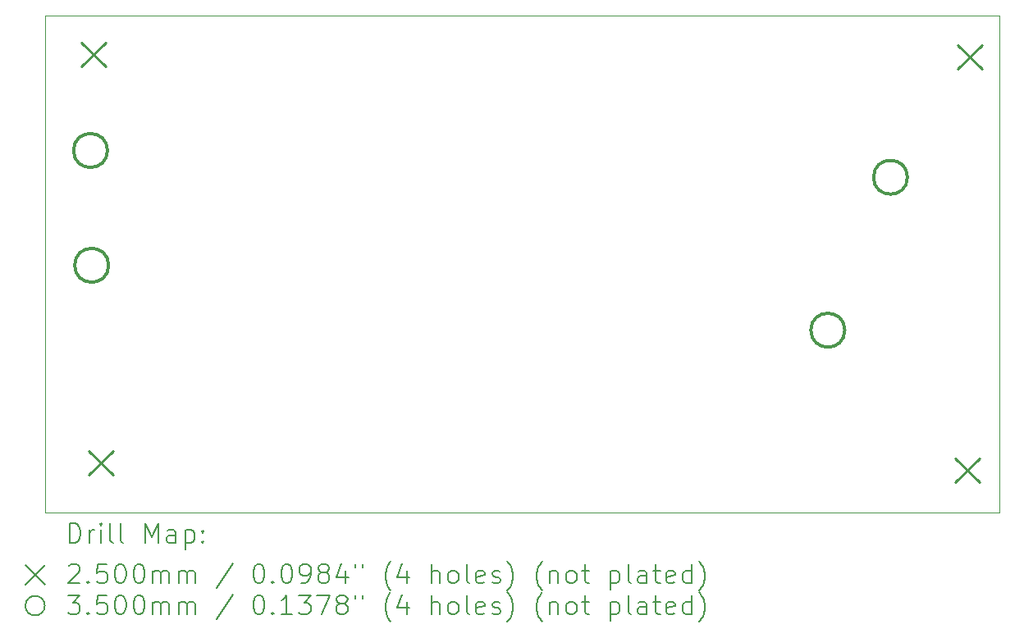
<source format=gbr>
%FSLAX45Y45*%
G04 Gerber Fmt 4.5, Leading zero omitted, Abs format (unit mm)*
G04 Created by KiCad (PCBNEW (6.0.1)) date 2022-04-24 16:28:38*
%MOMM*%
%LPD*%
G01*
G04 APERTURE LIST*
%TA.AperFunction,Profile*%
%ADD10C,0.100000*%
%TD*%
%ADD11C,0.200000*%
%ADD12C,0.250000*%
%ADD13C,0.350000*%
G04 APERTURE END LIST*
D10*
X10600000Y-7416800D02*
X20447800Y-7416800D01*
X20447800Y-7416800D02*
X20447800Y-12547600D01*
X20447800Y-12547600D02*
X10600000Y-12547600D01*
X10600000Y-12547600D02*
X10600000Y-7416800D01*
D11*
D12*
X10974800Y-7698200D02*
X11224800Y-7948200D01*
X11224800Y-7698200D02*
X10974800Y-7948200D01*
X11051000Y-11914600D02*
X11301000Y-12164600D01*
X11301000Y-11914600D02*
X11051000Y-12164600D01*
X19991800Y-11990800D02*
X20241800Y-12240800D01*
X20241800Y-11990800D02*
X19991800Y-12240800D01*
X20017200Y-7723600D02*
X20267200Y-7973600D01*
X20267200Y-7723600D02*
X20017200Y-7973600D01*
D13*
X11242000Y-8813000D02*
G75*
G03*
X11242000Y-8813000I-175000J0D01*
G01*
X11254000Y-9998000D02*
G75*
G03*
X11254000Y-9998000I-175000J0D01*
G01*
X18850400Y-10668000D02*
G75*
G03*
X18850400Y-10668000I-175000J0D01*
G01*
X19497000Y-9089000D02*
G75*
G03*
X19497000Y-9089000I-175000J0D01*
G01*
D11*
X10852619Y-12863076D02*
X10852619Y-12663076D01*
X10900238Y-12663076D01*
X10928810Y-12672600D01*
X10947857Y-12691648D01*
X10957381Y-12710695D01*
X10966905Y-12748790D01*
X10966905Y-12777362D01*
X10957381Y-12815457D01*
X10947857Y-12834505D01*
X10928810Y-12853552D01*
X10900238Y-12863076D01*
X10852619Y-12863076D01*
X11052619Y-12863076D02*
X11052619Y-12729743D01*
X11052619Y-12767838D02*
X11062143Y-12748790D01*
X11071667Y-12739267D01*
X11090714Y-12729743D01*
X11109762Y-12729743D01*
X11176429Y-12863076D02*
X11176429Y-12729743D01*
X11176429Y-12663076D02*
X11166905Y-12672600D01*
X11176429Y-12682124D01*
X11185952Y-12672600D01*
X11176429Y-12663076D01*
X11176429Y-12682124D01*
X11300238Y-12863076D02*
X11281190Y-12853552D01*
X11271667Y-12834505D01*
X11271667Y-12663076D01*
X11405000Y-12863076D02*
X11385952Y-12853552D01*
X11376428Y-12834505D01*
X11376428Y-12663076D01*
X11633571Y-12863076D02*
X11633571Y-12663076D01*
X11700238Y-12805933D01*
X11766905Y-12663076D01*
X11766905Y-12863076D01*
X11947857Y-12863076D02*
X11947857Y-12758314D01*
X11938333Y-12739267D01*
X11919286Y-12729743D01*
X11881190Y-12729743D01*
X11862143Y-12739267D01*
X11947857Y-12853552D02*
X11928809Y-12863076D01*
X11881190Y-12863076D01*
X11862143Y-12853552D01*
X11852619Y-12834505D01*
X11852619Y-12815457D01*
X11862143Y-12796409D01*
X11881190Y-12786886D01*
X11928809Y-12786886D01*
X11947857Y-12777362D01*
X12043095Y-12729743D02*
X12043095Y-12929743D01*
X12043095Y-12739267D02*
X12062143Y-12729743D01*
X12100238Y-12729743D01*
X12119286Y-12739267D01*
X12128809Y-12748790D01*
X12138333Y-12767838D01*
X12138333Y-12824981D01*
X12128809Y-12844028D01*
X12119286Y-12853552D01*
X12100238Y-12863076D01*
X12062143Y-12863076D01*
X12043095Y-12853552D01*
X12224048Y-12844028D02*
X12233571Y-12853552D01*
X12224048Y-12863076D01*
X12214524Y-12853552D01*
X12224048Y-12844028D01*
X12224048Y-12863076D01*
X12224048Y-12739267D02*
X12233571Y-12748790D01*
X12224048Y-12758314D01*
X12214524Y-12748790D01*
X12224048Y-12739267D01*
X12224048Y-12758314D01*
X10395000Y-13092600D02*
X10595000Y-13292600D01*
X10595000Y-13092600D02*
X10395000Y-13292600D01*
X10843095Y-13102124D02*
X10852619Y-13092600D01*
X10871667Y-13083076D01*
X10919286Y-13083076D01*
X10938333Y-13092600D01*
X10947857Y-13102124D01*
X10957381Y-13121171D01*
X10957381Y-13140219D01*
X10947857Y-13168790D01*
X10833571Y-13283076D01*
X10957381Y-13283076D01*
X11043095Y-13264028D02*
X11052619Y-13273552D01*
X11043095Y-13283076D01*
X11033571Y-13273552D01*
X11043095Y-13264028D01*
X11043095Y-13283076D01*
X11233571Y-13083076D02*
X11138333Y-13083076D01*
X11128810Y-13178314D01*
X11138333Y-13168790D01*
X11157381Y-13159267D01*
X11205000Y-13159267D01*
X11224048Y-13168790D01*
X11233571Y-13178314D01*
X11243095Y-13197362D01*
X11243095Y-13244981D01*
X11233571Y-13264028D01*
X11224048Y-13273552D01*
X11205000Y-13283076D01*
X11157381Y-13283076D01*
X11138333Y-13273552D01*
X11128810Y-13264028D01*
X11366905Y-13083076D02*
X11385952Y-13083076D01*
X11405000Y-13092600D01*
X11414524Y-13102124D01*
X11424048Y-13121171D01*
X11433571Y-13159267D01*
X11433571Y-13206886D01*
X11424048Y-13244981D01*
X11414524Y-13264028D01*
X11405000Y-13273552D01*
X11385952Y-13283076D01*
X11366905Y-13283076D01*
X11347857Y-13273552D01*
X11338333Y-13264028D01*
X11328809Y-13244981D01*
X11319286Y-13206886D01*
X11319286Y-13159267D01*
X11328809Y-13121171D01*
X11338333Y-13102124D01*
X11347857Y-13092600D01*
X11366905Y-13083076D01*
X11557381Y-13083076D02*
X11576428Y-13083076D01*
X11595476Y-13092600D01*
X11605000Y-13102124D01*
X11614524Y-13121171D01*
X11624048Y-13159267D01*
X11624048Y-13206886D01*
X11614524Y-13244981D01*
X11605000Y-13264028D01*
X11595476Y-13273552D01*
X11576428Y-13283076D01*
X11557381Y-13283076D01*
X11538333Y-13273552D01*
X11528809Y-13264028D01*
X11519286Y-13244981D01*
X11509762Y-13206886D01*
X11509762Y-13159267D01*
X11519286Y-13121171D01*
X11528809Y-13102124D01*
X11538333Y-13092600D01*
X11557381Y-13083076D01*
X11709762Y-13283076D02*
X11709762Y-13149743D01*
X11709762Y-13168790D02*
X11719286Y-13159267D01*
X11738333Y-13149743D01*
X11766905Y-13149743D01*
X11785952Y-13159267D01*
X11795476Y-13178314D01*
X11795476Y-13283076D01*
X11795476Y-13178314D02*
X11805000Y-13159267D01*
X11824048Y-13149743D01*
X11852619Y-13149743D01*
X11871667Y-13159267D01*
X11881190Y-13178314D01*
X11881190Y-13283076D01*
X11976428Y-13283076D02*
X11976428Y-13149743D01*
X11976428Y-13168790D02*
X11985952Y-13159267D01*
X12005000Y-13149743D01*
X12033571Y-13149743D01*
X12052619Y-13159267D01*
X12062143Y-13178314D01*
X12062143Y-13283076D01*
X12062143Y-13178314D02*
X12071667Y-13159267D01*
X12090714Y-13149743D01*
X12119286Y-13149743D01*
X12138333Y-13159267D01*
X12147857Y-13178314D01*
X12147857Y-13283076D01*
X12538333Y-13073552D02*
X12366905Y-13330695D01*
X12795476Y-13083076D02*
X12814524Y-13083076D01*
X12833571Y-13092600D01*
X12843095Y-13102124D01*
X12852619Y-13121171D01*
X12862143Y-13159267D01*
X12862143Y-13206886D01*
X12852619Y-13244981D01*
X12843095Y-13264028D01*
X12833571Y-13273552D01*
X12814524Y-13283076D01*
X12795476Y-13283076D01*
X12776428Y-13273552D01*
X12766905Y-13264028D01*
X12757381Y-13244981D01*
X12747857Y-13206886D01*
X12747857Y-13159267D01*
X12757381Y-13121171D01*
X12766905Y-13102124D01*
X12776428Y-13092600D01*
X12795476Y-13083076D01*
X12947857Y-13264028D02*
X12957381Y-13273552D01*
X12947857Y-13283076D01*
X12938333Y-13273552D01*
X12947857Y-13264028D01*
X12947857Y-13283076D01*
X13081190Y-13083076D02*
X13100238Y-13083076D01*
X13119286Y-13092600D01*
X13128809Y-13102124D01*
X13138333Y-13121171D01*
X13147857Y-13159267D01*
X13147857Y-13206886D01*
X13138333Y-13244981D01*
X13128809Y-13264028D01*
X13119286Y-13273552D01*
X13100238Y-13283076D01*
X13081190Y-13283076D01*
X13062143Y-13273552D01*
X13052619Y-13264028D01*
X13043095Y-13244981D01*
X13033571Y-13206886D01*
X13033571Y-13159267D01*
X13043095Y-13121171D01*
X13052619Y-13102124D01*
X13062143Y-13092600D01*
X13081190Y-13083076D01*
X13243095Y-13283076D02*
X13281190Y-13283076D01*
X13300238Y-13273552D01*
X13309762Y-13264028D01*
X13328809Y-13235457D01*
X13338333Y-13197362D01*
X13338333Y-13121171D01*
X13328809Y-13102124D01*
X13319286Y-13092600D01*
X13300238Y-13083076D01*
X13262143Y-13083076D01*
X13243095Y-13092600D01*
X13233571Y-13102124D01*
X13224048Y-13121171D01*
X13224048Y-13168790D01*
X13233571Y-13187838D01*
X13243095Y-13197362D01*
X13262143Y-13206886D01*
X13300238Y-13206886D01*
X13319286Y-13197362D01*
X13328809Y-13187838D01*
X13338333Y-13168790D01*
X13452619Y-13168790D02*
X13433571Y-13159267D01*
X13424048Y-13149743D01*
X13414524Y-13130695D01*
X13414524Y-13121171D01*
X13424048Y-13102124D01*
X13433571Y-13092600D01*
X13452619Y-13083076D01*
X13490714Y-13083076D01*
X13509762Y-13092600D01*
X13519286Y-13102124D01*
X13528809Y-13121171D01*
X13528809Y-13130695D01*
X13519286Y-13149743D01*
X13509762Y-13159267D01*
X13490714Y-13168790D01*
X13452619Y-13168790D01*
X13433571Y-13178314D01*
X13424048Y-13187838D01*
X13414524Y-13206886D01*
X13414524Y-13244981D01*
X13424048Y-13264028D01*
X13433571Y-13273552D01*
X13452619Y-13283076D01*
X13490714Y-13283076D01*
X13509762Y-13273552D01*
X13519286Y-13264028D01*
X13528809Y-13244981D01*
X13528809Y-13206886D01*
X13519286Y-13187838D01*
X13509762Y-13178314D01*
X13490714Y-13168790D01*
X13700238Y-13149743D02*
X13700238Y-13283076D01*
X13652619Y-13073552D02*
X13605000Y-13216409D01*
X13728809Y-13216409D01*
X13795476Y-13083076D02*
X13795476Y-13121171D01*
X13871667Y-13083076D02*
X13871667Y-13121171D01*
X14166905Y-13359267D02*
X14157381Y-13349743D01*
X14138333Y-13321171D01*
X14128809Y-13302124D01*
X14119286Y-13273552D01*
X14109762Y-13225933D01*
X14109762Y-13187838D01*
X14119286Y-13140219D01*
X14128809Y-13111648D01*
X14138333Y-13092600D01*
X14157381Y-13064028D01*
X14166905Y-13054505D01*
X14328809Y-13149743D02*
X14328809Y-13283076D01*
X14281190Y-13073552D02*
X14233571Y-13216409D01*
X14357381Y-13216409D01*
X14585952Y-13283076D02*
X14585952Y-13083076D01*
X14671667Y-13283076D02*
X14671667Y-13178314D01*
X14662143Y-13159267D01*
X14643095Y-13149743D01*
X14614524Y-13149743D01*
X14595476Y-13159267D01*
X14585952Y-13168790D01*
X14795476Y-13283076D02*
X14776428Y-13273552D01*
X14766905Y-13264028D01*
X14757381Y-13244981D01*
X14757381Y-13187838D01*
X14766905Y-13168790D01*
X14776428Y-13159267D01*
X14795476Y-13149743D01*
X14824048Y-13149743D01*
X14843095Y-13159267D01*
X14852619Y-13168790D01*
X14862143Y-13187838D01*
X14862143Y-13244981D01*
X14852619Y-13264028D01*
X14843095Y-13273552D01*
X14824048Y-13283076D01*
X14795476Y-13283076D01*
X14976428Y-13283076D02*
X14957381Y-13273552D01*
X14947857Y-13254505D01*
X14947857Y-13083076D01*
X15128809Y-13273552D02*
X15109762Y-13283076D01*
X15071667Y-13283076D01*
X15052619Y-13273552D01*
X15043095Y-13254505D01*
X15043095Y-13178314D01*
X15052619Y-13159267D01*
X15071667Y-13149743D01*
X15109762Y-13149743D01*
X15128809Y-13159267D01*
X15138333Y-13178314D01*
X15138333Y-13197362D01*
X15043095Y-13216409D01*
X15214524Y-13273552D02*
X15233571Y-13283076D01*
X15271667Y-13283076D01*
X15290714Y-13273552D01*
X15300238Y-13254505D01*
X15300238Y-13244981D01*
X15290714Y-13225933D01*
X15271667Y-13216409D01*
X15243095Y-13216409D01*
X15224048Y-13206886D01*
X15214524Y-13187838D01*
X15214524Y-13178314D01*
X15224048Y-13159267D01*
X15243095Y-13149743D01*
X15271667Y-13149743D01*
X15290714Y-13159267D01*
X15366905Y-13359267D02*
X15376428Y-13349743D01*
X15395476Y-13321171D01*
X15405000Y-13302124D01*
X15414524Y-13273552D01*
X15424048Y-13225933D01*
X15424048Y-13187838D01*
X15414524Y-13140219D01*
X15405000Y-13111648D01*
X15395476Y-13092600D01*
X15376428Y-13064028D01*
X15366905Y-13054505D01*
X15728809Y-13359267D02*
X15719286Y-13349743D01*
X15700238Y-13321171D01*
X15690714Y-13302124D01*
X15681190Y-13273552D01*
X15671667Y-13225933D01*
X15671667Y-13187838D01*
X15681190Y-13140219D01*
X15690714Y-13111648D01*
X15700238Y-13092600D01*
X15719286Y-13064028D01*
X15728809Y-13054505D01*
X15805000Y-13149743D02*
X15805000Y-13283076D01*
X15805000Y-13168790D02*
X15814524Y-13159267D01*
X15833571Y-13149743D01*
X15862143Y-13149743D01*
X15881190Y-13159267D01*
X15890714Y-13178314D01*
X15890714Y-13283076D01*
X16014524Y-13283076D02*
X15995476Y-13273552D01*
X15985952Y-13264028D01*
X15976428Y-13244981D01*
X15976428Y-13187838D01*
X15985952Y-13168790D01*
X15995476Y-13159267D01*
X16014524Y-13149743D01*
X16043095Y-13149743D01*
X16062143Y-13159267D01*
X16071667Y-13168790D01*
X16081190Y-13187838D01*
X16081190Y-13244981D01*
X16071667Y-13264028D01*
X16062143Y-13273552D01*
X16043095Y-13283076D01*
X16014524Y-13283076D01*
X16138333Y-13149743D02*
X16214524Y-13149743D01*
X16166905Y-13083076D02*
X16166905Y-13254505D01*
X16176428Y-13273552D01*
X16195476Y-13283076D01*
X16214524Y-13283076D01*
X16433571Y-13149743D02*
X16433571Y-13349743D01*
X16433571Y-13159267D02*
X16452619Y-13149743D01*
X16490714Y-13149743D01*
X16509762Y-13159267D01*
X16519286Y-13168790D01*
X16528809Y-13187838D01*
X16528809Y-13244981D01*
X16519286Y-13264028D01*
X16509762Y-13273552D01*
X16490714Y-13283076D01*
X16452619Y-13283076D01*
X16433571Y-13273552D01*
X16643095Y-13283076D02*
X16624048Y-13273552D01*
X16614524Y-13254505D01*
X16614524Y-13083076D01*
X16805000Y-13283076D02*
X16805000Y-13178314D01*
X16795476Y-13159267D01*
X16776428Y-13149743D01*
X16738333Y-13149743D01*
X16719286Y-13159267D01*
X16805000Y-13273552D02*
X16785952Y-13283076D01*
X16738333Y-13283076D01*
X16719286Y-13273552D01*
X16709762Y-13254505D01*
X16709762Y-13235457D01*
X16719286Y-13216409D01*
X16738333Y-13206886D01*
X16785952Y-13206886D01*
X16805000Y-13197362D01*
X16871667Y-13149743D02*
X16947857Y-13149743D01*
X16900238Y-13083076D02*
X16900238Y-13254505D01*
X16909762Y-13273552D01*
X16928810Y-13283076D01*
X16947857Y-13283076D01*
X17090714Y-13273552D02*
X17071667Y-13283076D01*
X17033571Y-13283076D01*
X17014524Y-13273552D01*
X17005000Y-13254505D01*
X17005000Y-13178314D01*
X17014524Y-13159267D01*
X17033571Y-13149743D01*
X17071667Y-13149743D01*
X17090714Y-13159267D01*
X17100238Y-13178314D01*
X17100238Y-13197362D01*
X17005000Y-13216409D01*
X17271667Y-13283076D02*
X17271667Y-13083076D01*
X17271667Y-13273552D02*
X17252619Y-13283076D01*
X17214524Y-13283076D01*
X17195476Y-13273552D01*
X17185952Y-13264028D01*
X17176429Y-13244981D01*
X17176429Y-13187838D01*
X17185952Y-13168790D01*
X17195476Y-13159267D01*
X17214524Y-13149743D01*
X17252619Y-13149743D01*
X17271667Y-13159267D01*
X17347857Y-13359267D02*
X17357381Y-13349743D01*
X17376429Y-13321171D01*
X17385952Y-13302124D01*
X17395476Y-13273552D01*
X17405000Y-13225933D01*
X17405000Y-13187838D01*
X17395476Y-13140219D01*
X17385952Y-13111648D01*
X17376429Y-13092600D01*
X17357381Y-13064028D01*
X17347857Y-13054505D01*
X10595000Y-13512600D02*
G75*
G03*
X10595000Y-13512600I-100000J0D01*
G01*
X10833571Y-13403076D02*
X10957381Y-13403076D01*
X10890714Y-13479267D01*
X10919286Y-13479267D01*
X10938333Y-13488790D01*
X10947857Y-13498314D01*
X10957381Y-13517362D01*
X10957381Y-13564981D01*
X10947857Y-13584028D01*
X10938333Y-13593552D01*
X10919286Y-13603076D01*
X10862143Y-13603076D01*
X10843095Y-13593552D01*
X10833571Y-13584028D01*
X11043095Y-13584028D02*
X11052619Y-13593552D01*
X11043095Y-13603076D01*
X11033571Y-13593552D01*
X11043095Y-13584028D01*
X11043095Y-13603076D01*
X11233571Y-13403076D02*
X11138333Y-13403076D01*
X11128810Y-13498314D01*
X11138333Y-13488790D01*
X11157381Y-13479267D01*
X11205000Y-13479267D01*
X11224048Y-13488790D01*
X11233571Y-13498314D01*
X11243095Y-13517362D01*
X11243095Y-13564981D01*
X11233571Y-13584028D01*
X11224048Y-13593552D01*
X11205000Y-13603076D01*
X11157381Y-13603076D01*
X11138333Y-13593552D01*
X11128810Y-13584028D01*
X11366905Y-13403076D02*
X11385952Y-13403076D01*
X11405000Y-13412600D01*
X11414524Y-13422124D01*
X11424048Y-13441171D01*
X11433571Y-13479267D01*
X11433571Y-13526886D01*
X11424048Y-13564981D01*
X11414524Y-13584028D01*
X11405000Y-13593552D01*
X11385952Y-13603076D01*
X11366905Y-13603076D01*
X11347857Y-13593552D01*
X11338333Y-13584028D01*
X11328809Y-13564981D01*
X11319286Y-13526886D01*
X11319286Y-13479267D01*
X11328809Y-13441171D01*
X11338333Y-13422124D01*
X11347857Y-13412600D01*
X11366905Y-13403076D01*
X11557381Y-13403076D02*
X11576428Y-13403076D01*
X11595476Y-13412600D01*
X11605000Y-13422124D01*
X11614524Y-13441171D01*
X11624048Y-13479267D01*
X11624048Y-13526886D01*
X11614524Y-13564981D01*
X11605000Y-13584028D01*
X11595476Y-13593552D01*
X11576428Y-13603076D01*
X11557381Y-13603076D01*
X11538333Y-13593552D01*
X11528809Y-13584028D01*
X11519286Y-13564981D01*
X11509762Y-13526886D01*
X11509762Y-13479267D01*
X11519286Y-13441171D01*
X11528809Y-13422124D01*
X11538333Y-13412600D01*
X11557381Y-13403076D01*
X11709762Y-13603076D02*
X11709762Y-13469743D01*
X11709762Y-13488790D02*
X11719286Y-13479267D01*
X11738333Y-13469743D01*
X11766905Y-13469743D01*
X11785952Y-13479267D01*
X11795476Y-13498314D01*
X11795476Y-13603076D01*
X11795476Y-13498314D02*
X11805000Y-13479267D01*
X11824048Y-13469743D01*
X11852619Y-13469743D01*
X11871667Y-13479267D01*
X11881190Y-13498314D01*
X11881190Y-13603076D01*
X11976428Y-13603076D02*
X11976428Y-13469743D01*
X11976428Y-13488790D02*
X11985952Y-13479267D01*
X12005000Y-13469743D01*
X12033571Y-13469743D01*
X12052619Y-13479267D01*
X12062143Y-13498314D01*
X12062143Y-13603076D01*
X12062143Y-13498314D02*
X12071667Y-13479267D01*
X12090714Y-13469743D01*
X12119286Y-13469743D01*
X12138333Y-13479267D01*
X12147857Y-13498314D01*
X12147857Y-13603076D01*
X12538333Y-13393552D02*
X12366905Y-13650695D01*
X12795476Y-13403076D02*
X12814524Y-13403076D01*
X12833571Y-13412600D01*
X12843095Y-13422124D01*
X12852619Y-13441171D01*
X12862143Y-13479267D01*
X12862143Y-13526886D01*
X12852619Y-13564981D01*
X12843095Y-13584028D01*
X12833571Y-13593552D01*
X12814524Y-13603076D01*
X12795476Y-13603076D01*
X12776428Y-13593552D01*
X12766905Y-13584028D01*
X12757381Y-13564981D01*
X12747857Y-13526886D01*
X12747857Y-13479267D01*
X12757381Y-13441171D01*
X12766905Y-13422124D01*
X12776428Y-13412600D01*
X12795476Y-13403076D01*
X12947857Y-13584028D02*
X12957381Y-13593552D01*
X12947857Y-13603076D01*
X12938333Y-13593552D01*
X12947857Y-13584028D01*
X12947857Y-13603076D01*
X13147857Y-13603076D02*
X13033571Y-13603076D01*
X13090714Y-13603076D02*
X13090714Y-13403076D01*
X13071667Y-13431648D01*
X13052619Y-13450695D01*
X13033571Y-13460219D01*
X13214524Y-13403076D02*
X13338333Y-13403076D01*
X13271667Y-13479267D01*
X13300238Y-13479267D01*
X13319286Y-13488790D01*
X13328809Y-13498314D01*
X13338333Y-13517362D01*
X13338333Y-13564981D01*
X13328809Y-13584028D01*
X13319286Y-13593552D01*
X13300238Y-13603076D01*
X13243095Y-13603076D01*
X13224048Y-13593552D01*
X13214524Y-13584028D01*
X13405000Y-13403076D02*
X13538333Y-13403076D01*
X13452619Y-13603076D01*
X13643095Y-13488790D02*
X13624048Y-13479267D01*
X13614524Y-13469743D01*
X13605000Y-13450695D01*
X13605000Y-13441171D01*
X13614524Y-13422124D01*
X13624048Y-13412600D01*
X13643095Y-13403076D01*
X13681190Y-13403076D01*
X13700238Y-13412600D01*
X13709762Y-13422124D01*
X13719286Y-13441171D01*
X13719286Y-13450695D01*
X13709762Y-13469743D01*
X13700238Y-13479267D01*
X13681190Y-13488790D01*
X13643095Y-13488790D01*
X13624048Y-13498314D01*
X13614524Y-13507838D01*
X13605000Y-13526886D01*
X13605000Y-13564981D01*
X13614524Y-13584028D01*
X13624048Y-13593552D01*
X13643095Y-13603076D01*
X13681190Y-13603076D01*
X13700238Y-13593552D01*
X13709762Y-13584028D01*
X13719286Y-13564981D01*
X13719286Y-13526886D01*
X13709762Y-13507838D01*
X13700238Y-13498314D01*
X13681190Y-13488790D01*
X13795476Y-13403076D02*
X13795476Y-13441171D01*
X13871667Y-13403076D02*
X13871667Y-13441171D01*
X14166905Y-13679267D02*
X14157381Y-13669743D01*
X14138333Y-13641171D01*
X14128809Y-13622124D01*
X14119286Y-13593552D01*
X14109762Y-13545933D01*
X14109762Y-13507838D01*
X14119286Y-13460219D01*
X14128809Y-13431648D01*
X14138333Y-13412600D01*
X14157381Y-13384028D01*
X14166905Y-13374505D01*
X14328809Y-13469743D02*
X14328809Y-13603076D01*
X14281190Y-13393552D02*
X14233571Y-13536409D01*
X14357381Y-13536409D01*
X14585952Y-13603076D02*
X14585952Y-13403076D01*
X14671667Y-13603076D02*
X14671667Y-13498314D01*
X14662143Y-13479267D01*
X14643095Y-13469743D01*
X14614524Y-13469743D01*
X14595476Y-13479267D01*
X14585952Y-13488790D01*
X14795476Y-13603076D02*
X14776428Y-13593552D01*
X14766905Y-13584028D01*
X14757381Y-13564981D01*
X14757381Y-13507838D01*
X14766905Y-13488790D01*
X14776428Y-13479267D01*
X14795476Y-13469743D01*
X14824048Y-13469743D01*
X14843095Y-13479267D01*
X14852619Y-13488790D01*
X14862143Y-13507838D01*
X14862143Y-13564981D01*
X14852619Y-13584028D01*
X14843095Y-13593552D01*
X14824048Y-13603076D01*
X14795476Y-13603076D01*
X14976428Y-13603076D02*
X14957381Y-13593552D01*
X14947857Y-13574505D01*
X14947857Y-13403076D01*
X15128809Y-13593552D02*
X15109762Y-13603076D01*
X15071667Y-13603076D01*
X15052619Y-13593552D01*
X15043095Y-13574505D01*
X15043095Y-13498314D01*
X15052619Y-13479267D01*
X15071667Y-13469743D01*
X15109762Y-13469743D01*
X15128809Y-13479267D01*
X15138333Y-13498314D01*
X15138333Y-13517362D01*
X15043095Y-13536409D01*
X15214524Y-13593552D02*
X15233571Y-13603076D01*
X15271667Y-13603076D01*
X15290714Y-13593552D01*
X15300238Y-13574505D01*
X15300238Y-13564981D01*
X15290714Y-13545933D01*
X15271667Y-13536409D01*
X15243095Y-13536409D01*
X15224048Y-13526886D01*
X15214524Y-13507838D01*
X15214524Y-13498314D01*
X15224048Y-13479267D01*
X15243095Y-13469743D01*
X15271667Y-13469743D01*
X15290714Y-13479267D01*
X15366905Y-13679267D02*
X15376428Y-13669743D01*
X15395476Y-13641171D01*
X15405000Y-13622124D01*
X15414524Y-13593552D01*
X15424048Y-13545933D01*
X15424048Y-13507838D01*
X15414524Y-13460219D01*
X15405000Y-13431648D01*
X15395476Y-13412600D01*
X15376428Y-13384028D01*
X15366905Y-13374505D01*
X15728809Y-13679267D02*
X15719286Y-13669743D01*
X15700238Y-13641171D01*
X15690714Y-13622124D01*
X15681190Y-13593552D01*
X15671667Y-13545933D01*
X15671667Y-13507838D01*
X15681190Y-13460219D01*
X15690714Y-13431648D01*
X15700238Y-13412600D01*
X15719286Y-13384028D01*
X15728809Y-13374505D01*
X15805000Y-13469743D02*
X15805000Y-13603076D01*
X15805000Y-13488790D02*
X15814524Y-13479267D01*
X15833571Y-13469743D01*
X15862143Y-13469743D01*
X15881190Y-13479267D01*
X15890714Y-13498314D01*
X15890714Y-13603076D01*
X16014524Y-13603076D02*
X15995476Y-13593552D01*
X15985952Y-13584028D01*
X15976428Y-13564981D01*
X15976428Y-13507838D01*
X15985952Y-13488790D01*
X15995476Y-13479267D01*
X16014524Y-13469743D01*
X16043095Y-13469743D01*
X16062143Y-13479267D01*
X16071667Y-13488790D01*
X16081190Y-13507838D01*
X16081190Y-13564981D01*
X16071667Y-13584028D01*
X16062143Y-13593552D01*
X16043095Y-13603076D01*
X16014524Y-13603076D01*
X16138333Y-13469743D02*
X16214524Y-13469743D01*
X16166905Y-13403076D02*
X16166905Y-13574505D01*
X16176428Y-13593552D01*
X16195476Y-13603076D01*
X16214524Y-13603076D01*
X16433571Y-13469743D02*
X16433571Y-13669743D01*
X16433571Y-13479267D02*
X16452619Y-13469743D01*
X16490714Y-13469743D01*
X16509762Y-13479267D01*
X16519286Y-13488790D01*
X16528809Y-13507838D01*
X16528809Y-13564981D01*
X16519286Y-13584028D01*
X16509762Y-13593552D01*
X16490714Y-13603076D01*
X16452619Y-13603076D01*
X16433571Y-13593552D01*
X16643095Y-13603076D02*
X16624048Y-13593552D01*
X16614524Y-13574505D01*
X16614524Y-13403076D01*
X16805000Y-13603076D02*
X16805000Y-13498314D01*
X16795476Y-13479267D01*
X16776428Y-13469743D01*
X16738333Y-13469743D01*
X16719286Y-13479267D01*
X16805000Y-13593552D02*
X16785952Y-13603076D01*
X16738333Y-13603076D01*
X16719286Y-13593552D01*
X16709762Y-13574505D01*
X16709762Y-13555457D01*
X16719286Y-13536409D01*
X16738333Y-13526886D01*
X16785952Y-13526886D01*
X16805000Y-13517362D01*
X16871667Y-13469743D02*
X16947857Y-13469743D01*
X16900238Y-13403076D02*
X16900238Y-13574505D01*
X16909762Y-13593552D01*
X16928810Y-13603076D01*
X16947857Y-13603076D01*
X17090714Y-13593552D02*
X17071667Y-13603076D01*
X17033571Y-13603076D01*
X17014524Y-13593552D01*
X17005000Y-13574505D01*
X17005000Y-13498314D01*
X17014524Y-13479267D01*
X17033571Y-13469743D01*
X17071667Y-13469743D01*
X17090714Y-13479267D01*
X17100238Y-13498314D01*
X17100238Y-13517362D01*
X17005000Y-13536409D01*
X17271667Y-13603076D02*
X17271667Y-13403076D01*
X17271667Y-13593552D02*
X17252619Y-13603076D01*
X17214524Y-13603076D01*
X17195476Y-13593552D01*
X17185952Y-13584028D01*
X17176429Y-13564981D01*
X17176429Y-13507838D01*
X17185952Y-13488790D01*
X17195476Y-13479267D01*
X17214524Y-13469743D01*
X17252619Y-13469743D01*
X17271667Y-13479267D01*
X17347857Y-13679267D02*
X17357381Y-13669743D01*
X17376429Y-13641171D01*
X17385952Y-13622124D01*
X17395476Y-13593552D01*
X17405000Y-13545933D01*
X17405000Y-13507838D01*
X17395476Y-13460219D01*
X17385952Y-13431648D01*
X17376429Y-13412600D01*
X17357381Y-13384028D01*
X17347857Y-13374505D01*
M02*

</source>
